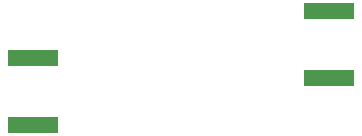
<source format=gbr>
%TF.GenerationSoftware,KiCad,Pcbnew,8.0.2*%
%TF.CreationDate,2025-01-11T01:25:04-03:00*%
%TF.ProjectId,rx_amp,72785f61-6d70-42e6-9b69-6361645f7063,rev?*%
%TF.SameCoordinates,Original*%
%TF.FileFunction,Paste,Bot*%
%TF.FilePolarity,Positive*%
%FSLAX46Y46*%
G04 Gerber Fmt 4.6, Leading zero omitted, Abs format (unit mm)*
G04 Created by KiCad (PCBNEW 8.0.2) date 2025-01-11 01:25:04*
%MOMM*%
%LPD*%
G01*
G04 APERTURE LIST*
%ADD10R,4.200000X1.350000*%
G04 APERTURE END LIST*
D10*
%TO.C,J2*%
X137500000Y-109825000D03*
X137500000Y-104175000D03*
%TD*%
%TO.C,J1*%
X112500000Y-108175000D03*
X112500000Y-113825000D03*
%TD*%
M02*

</source>
